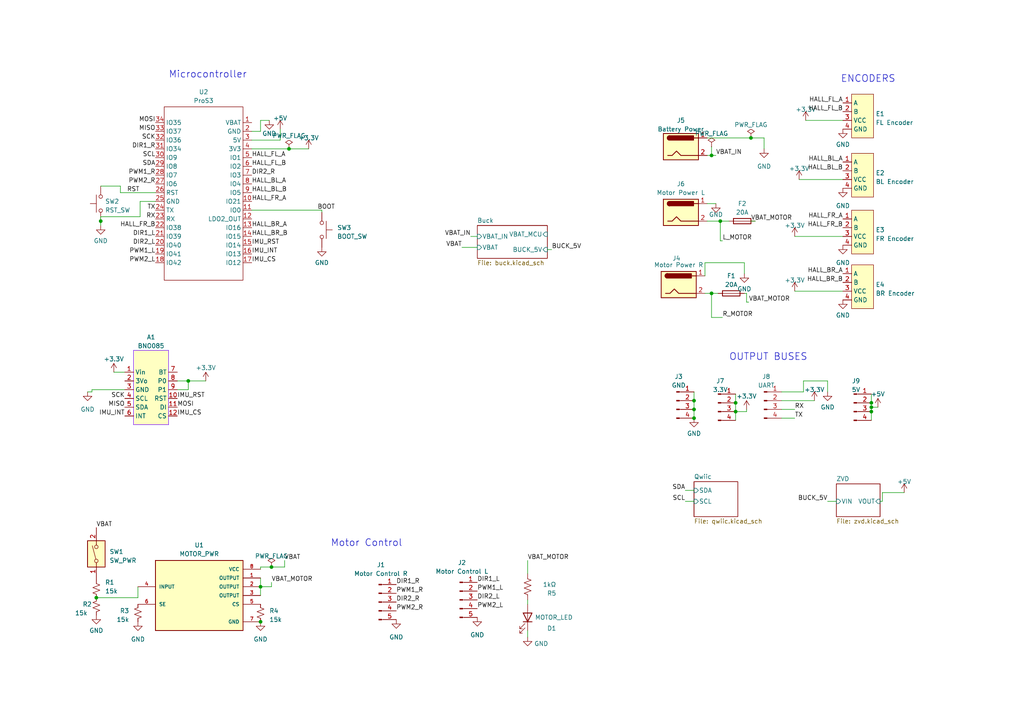
<source format=kicad_sch>
(kicad_sch (version 20230121) (generator eeschema)
  (paper "A4")
  (title_block (title "2.12 Mobile Robot PCB") (date "2024-01-26") (rev "V1") (company "MIT - jntaimo"))
  (lib_symbols
    (symbol "Adafruit:_Adafruit_BNO085"
      (property "Reference" "A" (at 5.08 3.81 0))
      (property "Value" "BNO085" (at 5.08 0 0))
      (symbol "_Adafruit_BNO085_1_1"
        (rectangle (start 0 2.54) (end 10.16 -19.05) (stroke (width 0) (color 117 6 255 1)) (fill (type background)))
        (pin input line (at -2.54 -3.81 0) (length 2.54) (name "Vin") (number "1"))
        (pin input line (at 12.7 -11.43 180) (length 2.54) (name "RST") (number "10"))
        (pin input line (at 12.7 -13.97 180) (length 2.54) (name "DI") (number "11"))
        (pin input line (at 12.7 -16.51 180) (length 2.54) (name "CS") (number "12"))
        (pin output line (at -2.54 -6.35 0) (length 2.54) (name "3Vo") (number "2"))
        (pin bidirectional line (at -2.54 -8.89 0) (length 2.54) (name "GND") (number "3"))
        (pin input line (at -2.54 -11.43 0) (length 2.54) (name "SCL") (number "4"))
        (pin output line (at -2.54 -13.97 0) (length 2.54) (name "SDA") (number "5"))
        (pin output line (at -2.54 -16.51 0) (length 2.54) (name "INT") (number "6"))
        (pin input line (at 12.7 -3.81 180) (length 2.54) (name "BT") (number "7"))
        (pin input line (at 12.7 -6.35 180) (length 2.54) (name "P0") (number "8"))
        (pin input line (at 12.7 -8.89 180) (length 2.54) (name "P1") (number "9"))
      )
    )
    (symbol "Connector:Conn_01x04_Pin" (pin_names (offset 1.016) hide)
      (property "Reference" "J" (at 0 5.08 0))
      (property "Value" "Conn_01x04_Pin" (at 0 -7.62 0))
      (symbol "Conn_01x04_Pin_1_1"
        (polyline (pts (xy 1.27 -5.08) (xy 0.8636 -5.08)) (stroke (width 0.1524)))
        (polyline (pts (xy 1.27 -2.54) (xy 0.8636 -2.54)) (stroke (width 0.1524)))
        (polyline (pts (xy 1.27 0) (xy 0.8636 0)) (stroke (width 0.1524)))
        (polyline (pts (xy 1.27 2.54) (xy 0.8636 2.54)) (stroke (width 0.1524)))
        (rectangle (start 0.8636 -4.953) (end 0 -5.207) (stroke (width 0.1524)) (fill (type outline)))
        (rectangle (start 0.8636 -2.413) (end 0 -2.667) (stroke (width 0.1524)) (fill (type outline)))
        (rectangle (start 0.8636 0.127) (end 0 -0.127) (stroke (width 0.1524)) (fill (type outline)))
        (rectangle (start 0.8636 2.667) (end 0 2.413) (stroke (width 0.1524)) (fill (type outline)))
        (pin passive line (at 5.08 2.54 180) (length 3.81) (name "Pin_1") (number "1"))
        (pin passive line (at 5.08 0 180) (length 3.81) (name "Pin_2") (number "2"))
        (pin passive line (at 5.08 -2.54 180) (length 3.81) (name "Pin_3") (number "3"))
        (pin passive line (at 5.08 -5.08 180) (length 3.81) (name "Pin_4") (number "4"))
      )
    )
    (symbol "Connector:Conn_01x05_Pin" (pin_names (offset 1.016) hide)
      (property "Reference" "J" (at 0 7.62 0))
      (property "Value" "Conn_01x05_Pin" (at 0 -7.62 0))
      (symbol "Conn_01x05_Pin_1_1"
        (polyline (pts (xy 1.27 -5.08) (xy 0.8636 -5.08)) (stroke (width 0.1524)))
        (polyline (pts (xy 1.27 -2.54) (xy 0.8636 -2.54)) (stroke (width 0.1524)))
        (polyline (pts (xy 1.27 0) (xy 0.8636 0)) (stroke (width 0.1524)))
        (polyline (pts (xy 1.27 2.54) (xy 0.8636 2.54)) (stroke (width 0.1524)))
        (polyline (pts (xy 1.27 5.08) (xy 0.8636 5.08)) (stroke (width 0.1524)))
        (rectangle (start 0.8636 -4.953) (end 0 -5.207) (stroke (width 0.1524)) (fill (type outline)))
        (rectangle (start 0.8636 -2.413) (end 0 -2.667) (stroke (width 0.1524)) (fill (type outline)))
        (rectangle (start 0.8636 0.127) (end 0 -0.127) (stroke (width 0.1524)) (fill (type outline)))
        (rectangle (start 0.8636 2.667) (end 0 2.413) (stroke (width 0.1524)) (fill (type outline)))
        (rectangle (start 0.8636 5.207) (end 0 4.953) (stroke (width 0.1524)) (fill (type outline)))
        (pin passive line (at 5.08 5.08 180) (length 3.81) (name "Pin_1") (number "1"))
        (pin passive line (at 5.08 2.54 180) (length 3.81) (name "Pin_2") (number "2"))
        (pin passive line (at 5.08 0 180) (length 3.81) (name "Pin_3") (number "3"))
        (pin passive line (at 5.08 -2.54 180) (length 3.81) (name "Pin_4") (number "4"))
        (pin passive line (at 5.08 -5.08 180) (length 3.81) (name "Pin_5") (number "5"))
      )
    )
    (symbol "Connector:Encoder"
      (property "Reference" "E" (at 5.08 3.81 0))
      (property "Value" "Encoder" (at 5.08 1.27 0))
      (symbol "Encoder_1_1"
        (rectangle (start 2.54 0) (end 8.89 -12.7) (fill (type background)))
        (pin input line (at 0 -2.54 0) (length 2.54) (name "A") (number "1"))
        (pin input line (at 0 -5.08 0) (length 2.54) (name "B") (number "2"))
        (pin input line (at 0 -7.62 0) (length 2.54) (name "VCC") (number "3"))
        (pin input line (at 0 -10.16 0) (length 2.54) (name "GND") (number "4"))
      )
    )
    (symbol "Connector:Jack-DC" (pin_names (offset 1.016))
      (property "Reference" "J" (at 0 5.334 0))
      (property "Value" "Jack-DC" (at 0 -5.08 0))
      (symbol "Jack-DC_0_1"
        (rectangle (start -5.08 3.81) (end 5.08 -3.81) (stroke (width 0.254)) (fill (type background)))
        (arc (start -3.302 3.175) (mid -3.9343 2.54) (end -3.302 1.905) (stroke (width 0.254)))
        (arc (start -3.302 3.175) (mid -3.9343 2.54) (end -3.302 1.905) (stroke (width 0.254)) (fill (type outline)))
        (polyline (pts (xy 5.08 2.54) (xy 3.81 2.54)) (stroke (width 0.254)))
        (polyline (pts (xy -3.81 -2.54) (xy -2.54 -2.54) (xy -1.27 -1.27) (xy 0 -2.54) (xy 2.54 -2.54) (xy 5.08 -2.54)) (stroke (width 0.254)))
        (rectangle (start 3.683 3.175) (end -3.302 1.905) (stroke (width 0.254)) (fill (type outline)))
      )
      (symbol "Jack-DC_1_1"
        (pin passive line (at 7.62 2.54 180) (length 2.54) (name "~") (number "1"))
        (pin passive line (at 7.62 -2.54 180) (length 2.54) (name "~") (number "2"))
      )
    )
    (symbol "Device:Fuse" (pin_numbers hide) (pin_names (offset 0))
      (property "Reference" "F" (at 2.032 0 90))
      (property "Value" "Fuse" (at -1.905 0 90))
      (symbol "Fuse_0_1"
        (rectangle (start -0.762 -2.54) (end 0.762 2.54) (stroke (width 0.254)))
        (polyline (pts (xy 0 2.54) (xy 0 -2.54)))
      )
      (symbol "Fuse_1_1"
        (pin passive line (at 0 3.81 270) (length 1.27) (name "~") (number "1"))
        (pin passive line (at 0 -3.81 90) (length 1.27) (name "~") (number "2"))
      )
    )
    (symbol "Device:LED" (pin_numbers hide) (pin_names (offset 1.016) hide)
      (property "Reference" "D" (at 0 2.54 0))
      (property "Value" "LED" (at 0 -2.54 0))
      (symbol "LED_0_1"
        (polyline (pts (xy -1.27 -1.27) (xy -1.27 1.27)) (stroke (width 0.254)))
        (polyline (pts (xy -1.27 0) (xy 1.27 0)))
        (polyline (pts (xy 1.27 -1.27) (xy 1.27 1.27) (xy -1.27 0) (xy 1.27 -1.27)) (stroke (width 0.254)))
        (polyline (pts (xy -3.048 -0.762) (xy -4.572 -2.286) (xy -3.81 -2.286) (xy -4.572 -2.286) (xy -4.572 -1.524)))
        (polyline (pts (xy -1.778 -0.762) (xy -3.302 -2.286) (xy -2.54 -2.286) (xy -3.302 -2.286) (xy -3.302 -1.524)))
      )
      (symbol "LED_1_1"
        (pin passive line (at -3.81 0 0) (length 2.54) (name "K") (number "1"))
        (pin passive line (at 3.81 0 180) (length 2.54) (name "A") (number "2"))
      )
    )
    (symbol "Device:R_Small_US" (pin_numbers hide) (pin_names (offset 0.254) hide)
      (property "Reference" "R" (at 0.762 0.508 0))
      (property "Value" "R_Small_US" (at 0.762 -1.016 0))
      (symbol "R_Small_US_1_1"
        (polyline (pts (xy 0 0) (xy 1.016 -0.381) (xy 0 -0.762) (xy -1.016 -1.143) (xy 0 -1.524)))
        (polyline (pts (xy 0 1.524) (xy 1.016 1.143) (xy 0 0.762) (xy -1.016 0.381) (xy 0 0)))
        (pin passive line (at 0 2.54 270) (length 1.016) (name "~") (number "1"))
        (pin passive line (at 0 -2.54 90) (length 1.016) (name "~") (number "2"))
      )
    )
    (symbol "Device:R_US" (pin_numbers hide) (pin_names (offset 0))
      (property "Reference" "R" (at 2.54 0 90))
      (property "Value" "R_US" (at -2.54 0 90))
      (symbol "R_US_0_1"
        (polyline (pts (xy 0 -2.286) (xy 0 -2.54)))
        (polyline (pts (xy 0 2.286) (xy 0 2.54)))
        (polyline (pts (xy 0 -0.762) (xy 1.016 -1.143) (xy 0 -1.524) (xy -1.016 -1.905) (xy 0 -2.286)))
        (polyline (pts (xy 0 0.762) (xy 1.016 0.381) (xy 0 0) (xy -1.016 -0.381) (xy 0 -0.762)))
        (polyline (pts (xy 0 2.286) (xy 1.016 1.905) (xy 0 1.524) (xy -1.016 1.143) (xy 0 0.762)))
      )
      (symbol "R_US_1_1"
        (pin passive line (at 0 3.81 270) (length 1.27) (name "~") (number "1"))
        (pin passive line (at 0 -3.81 90) (length 1.27) (name "~") (number "2"))
      )
    )
    (symbol "Power_Management:VN7007CHTR" (pin_names (offset 1.016))
      (property "Reference" "U" (at -12.7 12.7 0))
      (property "Value" "VN7007CHTR" (at -6.35 11.43 0))
      (symbol "VN7007CHTR_0_0"
        (rectangle (start -12.7 10.16) (end 12.7 -10.16) (stroke (width 0.254)) (fill (type background)))
        (pin output line (at 17.78 5.08 180) (length 5.08) (name "OUTPUT") (number "1"))
        (pin output line (at 17.78 2.54 180) (length 5.08) (name "OUTPUT") (number "2"))
        (pin output line (at 17.78 0 180) (length 5.08) (name "OUTPUT") (number "3"))
        (pin input line (at -17.78 2.54 0) (length 5.08) (name "INPUT") (number "4"))
        (pin output line (at 17.78 -2.54 180) (length 5.08) (name "CS") (number "5"))
        (pin input line (at -17.78 -2.54 0) (length 5.08) (name "SE") (number "6"))
        (pin power_in line (at 17.78 -7.62 180) (length 5.08) (name "GND") (number "7"))
        (pin power_in line (at 17.78 7.62 180) (length 5.08) (name "VCC") (number "8"))
      )
    )
    (symbol "ProS3:ProS3"
      (property "Reference" "U" (at 0 -28.956 0))
      (property "Value" "ProS3" (at -0.508 27.178 0))
      (symbol "ProS3_0_1"
        (rectangle (start -11.43 24.892) (end 11.43 -25.4) (stroke (width 0.1524)))
      )
      (symbol "ProS3_1_1"
        (pin power_in line (at 13.97 20.32 180) (length 2.54) (name "VBAT") (number "1"))
        (pin bidirectional line (at 13.97 -2.54 180) (length 2.54) (name "IO21") (number "10"))
        (pin bidirectional line (at 13.97 -5.08 180) (length 2.54) (name "IO0") (number "11"))
        (pin power_out line (at 13.97 -7.62 180) (length 2.54) (name "LDO2_OUT") (number "12"))
        (pin bidirectional line (at 13.97 -10.16 180) (length 2.54) (name "IO16") (number "13"))
        (pin bidirectional line (at 13.97 -12.7 180) (length 2.54) (name "IO15") (number "14"))
        (pin bidirectional line (at 13.97 -15.24 180) (length 2.54) (name "IO14") (number "15"))
        (pin bidirectional line (at 13.97 -17.78 180) (length 2.54) (name "IO13") (number "16"))
        (pin bidirectional line (at 13.97 -20.32 180) (length 2.54) (name "IO12") (number "17"))
        (pin bidirectional line (at -13.97 -20.32 0) (length 2.54) (name "IO42") (number "18"))
        (pin bidirectional line (at -13.97 -17.78 0) (length 2.54) (name "IO41") (number "19"))
        (pin power_in line (at 13.97 17.78 180) (length 2.54) (name "GND") (number "2"))
        (pin bidirectional line (at -13.97 -15.24 0) (length 2.54) (name "IO40") (number "20"))
        (pin bidirectional line (at -13.97 -12.7 0) (length 2.54) (name "IO39") (number "21"))
        (pin bidirectional line (at -13.97 -10.16 0) (length 2.54) (name "IO38") (number "22"))
        (pin bidirectional line (at -13.97 -7.62 0) (length 2.54) (name "RX") (number "23"))
        (pin bidirectional line (at -13.97 -5.08 0) (length 2.54) (name "TX") (number "24"))
        (pin power_in line (at -13.97 -2.54 0) (length 2.54) (name "GND") (number "25"))
        (pin input line (at -13.97 0 0) (length 2.54) (name "RST") (number "26"))
        (pin bidirectional line (at -13.97 2.54 0) (length 2.54) (name "IO6") (number "27"))
        (pin bidirectional line (at -13.97 5.08 0) (length 2.54) (name "IO7") (number "28"))
        (pin bidirectional line (at -13.97 7.62 0) (length 2.54) (name "IO8") (number "29"))
        (pin power_in line (at 13.97 15.24 180) (length 2.54) (name "5V") (number "3"))
        (pin bidirectional line (at -13.97 10.16 0) (length 2.54) (name "IO9") (number "30"))
        (pin bidirectional line (at -13.97 12.7 0) (length 2.54) (name "IO34") (number "31"))
        (pin bidirectional line (at -13.97 15.24 0) (length 2.54) (name "IO36") (number "32"))
        (pin bidirectional line (at -13.97 17.78 0) (length 2.54) (name "IO37") (number "33"))
        (pin bidirectional line (at -13.97 20.32 0) (length 2.54) (name "IO35") (number "34"))
        (pin power_in line (at 13.97 12.7 180) (length 2.54) (name "3V3") (number "4"))
        (pin bidirectional line (at 13.97 10.16 180) (length 2.54) (name "IO1") (number "5"))
        (pin bidirectional line (at 13.97 7.62 180) (length 2.54) (name "IO2") (number "6"))
        (pin bidirectional line (at 13.97 5.08 180) (length 2.54) (name "IO3") (number "7"))
        (pin bidirectional line (at 13.97 2.54 180) (length 2.54) (name "IO4") (number "8"))
        (pin bidirectional line (at 13.97 0 180) (length 2.54) (name "IO5") (number "9"))
      )
    )
    (symbol "Switch:SW_DIP_x01" (pin_names (offset 0) hide)
      (property "Reference" "SW" (at 0 3.81 0))
      (property "Value" "SW_DIP_x01" (at 0 -3.81 0))
      (symbol "SW_DIP_x01_0_0"
        (circle (center -2.032 0) (radius 0.508))
        (polyline (pts (xy -1.524 0.127) (xy 2.3622 1.1684)))
        (circle (center 2.032 0) (radius 0.508))
      )
      (symbol "SW_DIP_x01_0_1"
        (rectangle (start -3.81 2.54) (end 3.81 -2.54) (stroke (width 0.254)) (fill (type background)))
      )
      (symbol "SW_DIP_x01_1_1"
        (pin passive line (at -7.62 0 0) (length 5.08) (name "~") (number "1"))
        (pin passive line (at 7.62 0 180) (length 5.08) (name "~") (number "2"))
      )
    )
    (symbol "Switch:SW_Push" (pin_numbers hide) (pin_names (offset 1.016) hide)
      (property "Reference" "SW" (at 1.27 2.54 0))
      (property "Value" "SW_Push" (at 0 -1.524 0))
      (symbol "SW_Push_0_1"
        (circle (center -2.032 0) (radius 0.508))
        (polyline (pts (xy 0 1.27) (xy 0 3.048)))
        (polyline (pts (xy 2.54 1.27) (xy -2.54 1.27)))
        (circle (center 2.032 0) (radius 0.508))
        (pin passive line (at -5.08 0 0) (length 2.54) (name "1") (number "1"))
        (pin passive line (at 5.08 0 180) (length 2.54) (name "2") (number "2"))
      )
    )
    (symbol "power:+3.3V" (power) (pin_names (offset 0))
      (property "Value" "+3.3V" (at 0 3.556 0))
      (symbol "+3.3V_0_1"
        (polyline (pts (xy -0.762 1.27) (xy 0 2.54)))
        (polyline (pts (xy 0 0) (xy 0 2.54)))
        (polyline (pts (xy 0 2.54) (xy 0.762 1.27)))
      )
      (symbol "+3.3V_1_1"
        (pin power_in line (at 0 0 90) (length 0) hide (name "+3.3V") (number "1"))
      )
    )
    (symbol "power:+5V" (power) (pin_names (offset 0))
      (property "Value" "+5V" (at 0 3.556 0))
      (symbol "+5V_0_1"
        (polyline (pts (xy -0.762 1.27) (xy 0 2.54)))
        (polyline (pts (xy 0 0) (xy 0 2.54)))
        (polyline (pts (xy 0 2.54) (xy 0.762 1.27)))
      )
      (symbol "+5V_1_1"
        (pin power_in line (at 0 0 90) (length 0) hide (name "+5V") (number "1"))
      )
    )
    (symbol "power:GND" (power) (pin_names (offset 0))
      (property "Value" "GND" (at 0 -3.81 0))
      (symbol "GND_0_1"
        (polyline (pts (xy 0 0) (xy 0 -1.27) (xy 1.27 -1.27) (xy 0 -2.54) (xy -1.27 -1.27) (xy 0 -1.27)))
      )
      (symbol "GND_1_1"
        (pin power_in line (at 0 0 270) (length 0) hide (name "GND") (number "1"))
      )
    )
    (symbol "power:PWR_FLAG" (power) (pin_numbers hide) (pin_names (offset 0) hide)
      (property "Value" "PWR_FLAG" (at 0 3.81 0))
      (symbol "PWR_FLAG_0_0"
        (pin power_out line (at 0 0 90) (length 0) (name "pwr") (number "1"))
      )
      (symbol "PWR_FLAG_0_1"
        (polyline (pts (xy 0 0) (xy 0 1.27) (xy -1.016 1.905) (xy 0 2.54) (xy 1.016 1.905) (xy 0 1.27)))
      )
    )
  )
  (junction (at 213.36 116.84))
  (junction (at 206.375 45.085))
  (junction (at 252.73 116.84))
  (junction (at 29.21 64.135))
  (junction (at 217.805 40.005))
  (junction (at 75.565 180.34))
  (junction (at 78.74 164.465))
  (junction (at 213.36 119.38))
  (junction (at 206.375 85.09))
  (junction (at 252.73 119.38))
  (junction (at 27.94 173.355))
  (junction (at 201.295 118.745))
  (junction (at 201.295 121.285))
  (junction (at 208.915 64.135))
  (junction (at 252.73 118.11))
  (junction (at 83.82 43.18))
  (junction (at 75.565 170.18))
  (junction (at 54.61 110.49))
  (junction (at 201.295 116.205))
  (wire (pts (xy 205.105 64.135) (xy 208.915 64.135)))
  (wire (pts (xy 206.375 42.545) (xy 206.375 45.085)))
  (wire (pts (xy 153.035 162.56) (xy 153.035 166.37)))
  (wire (pts (xy 215.9 79.375) (xy 215.9 76.2)))
  (wire (pts (xy 221.615 40.005) (xy 221.615 43.18)))
  (wire (pts (xy 75.565 34.925) (xy 75.565 38.1)))
  (wire (pts (xy 153.035 184.785) (xy 153.035 182.88)))
  (wire (pts (xy 40.64 58.42) (xy 40.64 62.865)))
  (wire (pts (xy 26.67 113.665) (xy 26.67 113.03)))
  (wire (pts (xy 216.535 87.63) (xy 217.17 87.63)))
  (wire (pts (xy 226.695 118.745) (xy 230.505 118.745)))
  (wire (pts (xy 201.295 118.745) (xy 201.295 121.285)))
  (wire (pts (xy 83.82 43.18) (xy 89.535 43.18)))
  (wire (pts (xy 240.03 110.49) (xy 240.03 113.665)))
  (wire (pts (xy 75.565 164.465) (xy 75.565 165.1)))
  (wire (pts (xy 255.905 145.415) (xy 255.905 142.875)))
  (wire (pts (xy 208.915 69.85) (xy 208.915 64.135)))
  (wire (pts (xy 233.68 34.925) (xy 244.475 34.925)))
  (wire (pts (xy 153.035 173.99) (xy 153.035 175.26)))
  (wire (pts (xy 216.535 85.09) (xy 215.9 85.09)))
  (wire (pts (xy 240.03 145.415) (xy 242.57 145.415)))
  (wire (pts (xy 206.375 92.075) (xy 206.375 85.09)))
  (wire (pts (xy 198.755 142.24) (xy 201.295 142.24)))
  (wire (pts (xy 75.565 170.18) (xy 75.565 172.72)))
  (wire (pts (xy 54.61 110.49) (xy 59.69 110.49)))
  (wire (pts (xy 75.565 164.465) (xy 78.74 164.465)))
  (wire (pts (xy 75.565 34.925) (xy 78.105 34.925)))
  (wire (pts (xy 29.21 62.865) (xy 40.64 62.865)))
  (wire (pts (xy 226.695 116.205) (xy 236.22 116.205)))
  (wire (pts (xy 206.375 45.085) (xy 207.645 45.085)))
  (wire (pts (xy 206.375 45.085) (xy 205.105 45.085)))
  (wire (pts (xy 209.55 92.075) (xy 206.375 92.075)))
  (wire (pts (xy 201.295 113.665) (xy 201.295 116.205)))
  (wire (pts (xy 252.73 119.38) (xy 252.73 121.92)))
  (wire (pts (xy 81.28 37.465) (xy 81.28 40.64)))
  (wire (pts (xy 54.61 113.03) (xy 54.61 110.49)))
  (wire (pts (xy 252.73 116.84) (xy 252.73 118.11)))
  (wire (pts (xy 198.755 145.415) (xy 201.295 145.415)))
  (wire (pts (xy 73.025 40.64) (xy 81.28 40.64)))
  (wire (pts (xy 219.075 64.135) (xy 217.805 64.135)))
  (wire (pts (xy 51.435 113.03) (xy 54.61 113.03)))
  (wire (pts (xy 75.565 170.18) (xy 78.74 170.18)))
  (wire (pts (xy 40.005 173.355) (xy 27.94 173.355)))
  (wire (pts (xy 205.105 40.005) (xy 217.805 40.005)))
  (wire (pts (xy 25.4 113.665) (xy 26.67 113.665)))
  (wire (pts (xy 213.36 119.38) (xy 216.535 119.38)))
  (wire (pts (xy 217.805 40.005) (xy 221.615 40.005)))
  (wire (pts (xy 33.02 107.95) (xy 36.195 107.95)))
  (wire (pts (xy 45.085 55.88) (xy 34.925 55.88)))
  (wire (pts (xy 45.085 58.42) (xy 40.64 58.42)))
  (wire (pts (xy 29.21 64.135) (xy 29.21 65.405)))
  (wire (pts (xy 136.525 68.58) (xy 138.43 68.58)))
  (wire (pts (xy 78.74 170.18) (xy 78.74 168.91)))
  (wire (pts (xy 204.47 85.09) (xy 206.375 85.09)))
  (wire (pts (xy 226.695 113.665) (xy 233.045 113.665)))
  (wire (pts (xy 233.045 113.665) (xy 233.045 110.49)))
  (wire (pts (xy 205.105 59.055) (xy 207.645 59.055)))
  (wire (pts (xy 34.925 53.975) (xy 29.21 53.975)))
  (wire (pts (xy 252.73 118.11) (xy 252.73 119.38)))
  (wire (pts (xy 82.55 162.56) (xy 82.55 164.465)))
  (wire (pts (xy 231.775 52.07) (xy 244.475 52.07)))
  (wire (pts (xy 230.505 84.455) (xy 244.475 84.455)))
  (wire (pts (xy 226.695 121.285) (xy 230.505 121.285)))
  (wire (pts (xy 158.75 72.39) (xy 160.02 72.39)))
  (wire (pts (xy 209.55 69.85) (xy 208.915 69.85)))
  (wire (pts (xy 73.025 43.18) (xy 83.82 43.18)))
  (wire (pts (xy 206.375 85.09) (xy 208.28 85.09)))
  (wire (pts (xy 133.985 71.755) (xy 138.43 71.755)))
  (wire (pts (xy 204.47 76.2) (xy 204.47 80.01)))
  (wire (pts (xy 73.025 60.96) (xy 93.345 60.96)))
  (wire (pts (xy 252.73 118.11) (xy 254.635 118.11)))
  (wire (pts (xy 216.535 119.38) (xy 216.535 118.745)))
  (wire (pts (xy 93.345 60.96) (xy 93.345 61.595)))
  (wire (pts (xy 40.005 170.18) (xy 40.005 173.355)))
  (wire (pts (xy 230.505 68.58) (xy 244.475 68.58)))
  (wire (pts (xy 75.565 167.64) (xy 75.565 170.18)))
  (wire (pts (xy 78.74 164.465) (xy 82.55 164.465)))
  (wire (pts (xy 26.67 113.03) (xy 36.195 113.03)))
  (wire (pts (xy 255.905 142.875) (xy 262.255 142.875)))
  (wire (pts (xy 213.36 116.84) (xy 213.36 119.38)))
  (wire (pts (xy 54.61 110.49) (xy 51.435 110.49)))
  (wire (pts (xy 255.27 145.415) (xy 255.905 145.415)))
  (wire (pts (xy 201.295 116.205) (xy 201.295 118.745)))
  (wire (pts (xy 213.36 114.3) (xy 213.36 116.84)))
  (wire (pts (xy 75.565 38.1) (xy 73.025 38.1)))
  (wire (pts (xy 252.73 114.3) (xy 252.73 116.84)))
  (wire (pts (xy 204.47 76.2) (xy 215.9 76.2)))
  (wire (pts (xy 213.36 119.38) (xy 213.36 121.92)))
  (wire (pts (xy 208.915 64.135) (xy 211.455 64.135)))
  (wire (pts (xy 29.21 62.865) (xy 29.21 64.135)))
  (wire (pts (xy 233.045 110.49) (xy 240.03 110.49)))
  (wire (pts (xy 34.925 55.88) (xy 34.925 53.975)))
  (wire (pts (xy 216.535 87.63) (xy 216.535 85.09)))
  (text "OUTPUT BUSES" (at 211.455 104.775 0) (effects (font (size 2 2)) (justify left bottom)))
  (text "ENCODERS" (at 243.84 24.13 0) (effects (font (size 2 2)) (justify left bottom)))
  (text "Microcontroller" (at 48.895 22.86 0) (effects (font (size 2 2)) (justify left bottom)))
  (text "Motor Control" (at 95.885 158.75 0) (effects (font (size 2 2)) (justify left bottom)))
  (label "RX" (at 45.085 63.5 180))
  (label "BUCK_5V" (at 160.02 72.39 0))
  (label "PWM2_L" (at 45.085 76.2 180))
  (label "PWM2_L" (at 138.43 176.53 0))
  (label "VBAT_MOTOR" (at 217.17 87.63 0))
  (label "DIR1_R" (at 114.935 169.545 0))
  (label "HALL_BR_A" (at 244.475 79.375 180))
  (label "DIR2_L" (at 138.43 173.99 0))
  (label "HALL_BR_B" (at 73.025 68.58 0))
  (label "VBAT_MOTOR" (at 217.805 64.135 0))
  (label "RX" (at 230.505 118.745 0))
  (label "HALL_FR_A" (at 73.025 58.42 0))
  (label "HALL_BL_A" (at 73.025 53.34 0))
  (label "TX" (at 230.505 121.285 0))
  (label "HALL_BL_A" (at 244.475 46.99 180))
  (label "HALL_FR_B" (at 45.085 66.04 180))
  (label "MISO" (at 45.085 38.1 180))
  (label "L_MOTOR" (at 209.55 69.85 0))
  (label "VBAT_IN" (at 207.645 45.085 0))
  (label "SCK" (at 36.195 115.57 180))
  (label "IMU_INT" (at 73.025 73.66 0))
  (label "HALL_FL_A" (at 244.475 29.845 180))
  (label "SCK" (at 45.085 40.64 180))
  (label "VBAT_IN" (at 136.525 68.58 180))
  (label "MOSI" (at 51.435 118.11 0))
  (label "HALL_FR_B" (at 244.475 66.04 180))
  (label "MOSI" (at 45.085 35.56 180))
  (label "HALL_FL_B" (at 73.025 48.26 0))
  (label "DIR2_L" (at 45.085 71.12 180))
  (label "PWM1_R" (at 45.085 50.8 180))
  (label "HALL_BR_A" (at 73.025 66.04 0))
  (label "VBAT" (at 82.55 162.56 0))
  (label "VBAT" (at 27.94 153.035 0))
  (label "R_MOTOR" (at 209.55 92.075 0))
  (label "VBAT_MOTOR" (at 78.74 168.91 0))
  (label "VBAT" (at 133.985 71.755 180))
  (label "DIR2_R" (at 73.025 50.8 0))
  (label "TX" (at 45.085 60.96 180))
  (label "HALL_FL_B" (at 244.475 32.385 180))
  (label "PWM1_R" (at 114.935 172.085 0))
  (label "SDA" (at 45.085 48.26 180))
  (label "MISO" (at 36.195 118.11 180))
  (label "SCL" (at 45.085 45.72 180))
  (label "DIR1_L" (at 138.43 168.91 0))
  (label "BOOT" (at 92.075 60.96 0))
  (label "IMU_CS" (at 73.025 76.2 0))
  (label "BUCK_5V" (at 240.03 145.415 180))
  (label "HALL_FR_A" (at 244.475 63.5 180))
  (label "DIR2_R" (at 114.935 174.625 0))
  (label "SCL" (at 198.755 145.415 180))
  (label "DIR1_L" (at 45.085 68.58 180))
  (label "IMU_CS" (at 51.435 120.65 0))
  (label "PWM2_R" (at 114.935 177.165 0))
  (label "HALL_BL_B" (at 73.025 55.88 0))
  (label "PWM1_L" (at 45.085 73.66 180))
  (label "IMU_INT" (at 36.195 120.65 180))
  (label "HALL_BL_B" (at 244.475 49.53 180))
  (label "RST" (at 36.83 55.88 0))
  (label "VBAT_MOTOR" (at 153.035 162.56 0))
  (label "SDA" (at 198.755 142.24 180))
  (label "HALL_BR_B" (at 244.475 81.915 180))
  (label "DIR1_R" (at 45.085 43.18 180))
  (label "IMU_RST" (at 73.025 71.12 0))
  (label "HALL_FL_A" (at 73.025 45.72 0))
  (label "PWM2_R" (at 45.085 53.34 180))
  (label "IMU_RST" (at 51.435 115.57 0))
  (label "PWM1_L" (at 138.43 171.45 0))
  (symbol (lib_id "Device:R_US") (at 153.035 170.18 0) (unit 1)
    (property "Reference" "R5" (at 160.02 172.085 0))
    (property "Value" "1kΩ" (at 159.385 169.545 0))
    (property "Footprint" "Resistor_SMD:R_0603_1608Metric" (effects hide))
    (property "MPN" "C5555492" (effects hide))
  )
  (symbol (lib_id "power:GND") (at 40.005 180.34 0) (unit 1)
    (property "Reference" "#PWR05" (effects hide))
    (property "Value" "GND" (at 40.005 185.42 0))
  )
  (symbol (lib_id "Switch:SW_Push") (at 93.345 66.675 270) (unit 1)
    (property "Reference" "SW3" (at 97.79 66.04 90) (effects (justify left)))
    (property "Value" "BOOT_SW" (at 97.79 68.58 90) (effects (justify left)))
    (property "Footprint" "Button_Switch_THT:SW_PUSH_6mm" (effects hide))
    (property "MPN" "C393938" (effects hide))
  )
  (symbol (lib_id "power:+3.3V") (at 216.535 118.745 0) (unit 1)
    (property "Reference" "#PWR018" (effects hide))
    (property "Value" "+3.3V" (at 216.535 114.935 0))
  )
  (symbol (lib_id "Connector:Encoder") (at 244.475 76.835 0) (unit 1)
    (property "Reference" "E4" (at 254 82.55 0) (effects (justify left)))
    (property "Value" "BR Encoder" (at 254 85.09 0) (effects (justify left)))
    (property "Footprint" "Connector_JST:JST_PH_S4B-PH-SM4-TB_1x04-1MP_P2.00mm_Horizontal" (effects hide))
    (property "MPN" "C265102" (effects hide))
  )
  (symbol (lib_id "Device:Fuse") (at 215.265 64.135 270) (unit 1)
    (property "Reference" "F2" (at 215.265 59.055 90))
    (property "Value" "20A" (at 215.265 61.595 90))
    (property "Footprint" "Fuse:Fuse_1206_3216Metric" (effects hide))
    (property "Datasheet" "https://datasheet.lcsc.com/lcsc/2304140030_Littelfuse-0501020-WR1_C207007.pdf" (effects hide))
    (property "MPN" "C207007" (effects hide))
  )
  (symbol (lib_id "power:+3.3V") (at 230.505 68.58 0) (unit 1)
    (property "Reference" "#PWR020" (effects hide))
    (property "Value" "+3.3V" (at 230.505 65.405 0))
  )
  (symbol (lib_id "power:+5V") (at 81.28 37.465 0) (unit 1)
    (property "Reference" "#PWR09" (effects hide))
    (property "Value" "+5V" (at 81.28 34.29 0))
  )
  (symbol (lib_id "power:GND") (at 114.935 179.705 0) (unit 1)
    (property "Reference" "#PWR012" (effects hide))
    (property "Value" "GND" (at 114.935 184.785 0))
  )
  (symbol (lib_id "Connector:Encoder") (at 244.475 60.96 0) (unit 1)
    (property "Reference" "E3" (at 254 66.675 0) (effects (justify left)))
    (property "Value" "FR Encoder" (at 254 69.215 0) (effects (justify left)))
    (property "Footprint" "Connector_JST:JST_PH_S4B-PH-SM4-TB_1x04-1MP_P2.00mm_Horizontal" (effects hide))
    (property "MPN" "C265102" (effects hide))
  )
  (symbol (lib_id "power:GND") (at 201.295 121.285 0) (unit 1)
    (property "Reference" "#PWR015" (effects hide))
    (property "Value" "GND" (at 201.295 125.73 0))
  )
  (symbol (lib_id "Switch:SW_Push") (at 29.21 59.055 90) (unit 1)
    (property "Reference" "SW2" (at 30.48 58.42 90) (effects (justify right)))
    (property "Value" "RST_SW" (at 30.48 60.96 90) (effects (justify right)))
    (property "Footprint" "Button_Switch_THT:SW_PUSH_6mm" (effects hide))
    (property "MPN" "C393938" (effects hide))
  )
  (symbol (lib_id "Adafruit:_Adafruit_BNO085") (at 38.735 104.14 0) (unit 1)
    (property "Reference" "A1" (at 43.815 97.79 0))
    (property "Value" "BNO085" (at 43.815 100.33 0))
    (property "Footprint" "Adafruit:Adafruit_BNO085" (effects hide))
  )
  (symbol (lib_id "power:GND") (at 138.43 179.07 0) (unit 1)
    (property "Reference" "#PWR013" (effects hide))
    (property "Value" "GND" (at 138.43 184.15 0))
  )
  (symbol (lib_id "power:GND") (at 244.475 71.12 0) (unit 1)
    (property "Reference" "#PWR028" (effects hide))
    (property "Value" "GND" (at 244.475 76.2 0))
  )
  (symbol (lib_id "Connector:Encoder") (at 244.475 27.305 0) (unit 1)
    (property "Reference" "E1" (at 254 33.02 0) (effects (justify left)))
    (property "Value" "FL Encoder" (at 254 35.56 0) (effects (justify left)))
    (property "Footprint" "Connector_JST:JST_PH_S4B-PH-SM4-TB_1x04-1MP_P2.00mm_Horizontal" (effects hide))
    (property "MPN" "C265102" (effects hide))
  )
  (symbol (lib_id "power:+3.3V") (at 59.69 110.49 0) (unit 1)
    (property "Reference" "#PWR06" (effects hide))
    (property "Value" "+3.3V" (at 59.69 106.68 0))
  )
  (symbol (lib_id "Device:R_Small_US") (at 27.94 170.815 0) (unit 1)
    (property "Reference" "R1" (at 30.48 168.91 0) (effects (justify left)))
    (property "Value" "15k" (at 30.48 171.45 0) (effects (justify left)))
    (property "Footprint" "Resistor_SMD:R_0603_1608Metric" (effects hide))
    (property "MPN" "C114661" (effects hide))
  )
  (symbol (lib_id "Connector:Jack-DC") (at 197.485 42.545 0) (unit 1)
    (property "Reference" "J5" (at 197.485 34.925 0))
    (property "Value" "Battery Power" (at 197.485 37.465 0))
    (property "Footprint" "Connector_AMASS:AMASS_XT60PW-M_1x02_P7.20mm_Horizontal" (effects hide))
  )
  (symbol (lib_id "Device:R_Small_US") (at 40.005 177.8 0) (mirror y) (unit 1)
    (property "Reference" "R3" (at 37.465 177.165 0) (effects (justify left)))
    (property "Value" "15k" (at 37.465 179.705 0) (effects (justify left)))
    (property "Footprint" "Resistor_SMD:R_0603_1608Metric" (effects hide))
    (property "MPN" "C114661" (effects hide))
    (property "Name" "RSE1" (effects hide))
  )
  (symbol (lib_id "power:+3.3V") (at 33.02 107.95 0) (unit 1)
    (property "Reference" "#PWR04" (effects hide))
    (property "Value" "+3.3V" (at 33.02 104.14 0))
  )
  (symbol (lib_id "Connector:Conn_01x05_Pin") (at 133.35 173.99 0) (unit 1)
    (property "Reference" "J2" (at 133.985 163.195 0))
    (property "Value" "Motor Control L" (at 133.985 165.735 0))
    (property "Footprint" "Connector_PinHeader_2.54mm:PinHeader_1x05_P2.54mm_Vertical" (effects hide))
    (property "MPN" "C492404" (effects hide))
  )
  (symbol (lib_id "Connector:Conn_01x05_Pin") (at 109.855 174.625 0) (unit 1)
    (property "Reference" "J1" (at 110.49 163.83 0))
    (property "Value" "Motor Control R" (at 110.49 166.37 0))
    (property "Footprint" "Connector_PinHeader_2.54mm:PinHeader_1x05_P2.54mm_Vertical" (effects hide))
    (property "MPN" "C492404" (effects hide))
  )
  (symbol (lib_id "power:PWR_FLAG") (at 78.74 164.465 0) (unit 1)
    (property "Reference" "#FLG01" (effects hide))
    (property "Value" "PWR_FLAG" (at 78.74 161.29 0))
  )
  (symbol (lib_id "Connector:Jack-DC") (at 196.85 82.55 0) (unit 1)
    (property "Reference" "J4" (at 196.215 74.93 0))
    (property "Value" "Motor Power R" (at 196.85 76.835 0))
    (property "Footprint" "Connector_AMASS:AMASS_XT30PW-F_1x02_P2.50mm_Horizontal" (effects hide))
  )
  (symbol (lib_id "Device:R_Small_US") (at 75.565 177.8 0) (unit 1)
    (property "Reference" "R4" (at 78.105 177.165 0) (effects (justify left)))
    (property "Value" "15k" (at 78.105 179.705 0) (effects (justify left)))
    (property "Footprint" "Resistor_SMD:R_0603_1608Metric" (effects hide))
    (property "MPN" "C114661" (effects hide))
    (property "Name" "RCs1" (effects hide))
  )
  (symbol (lib_id "Connector:Encoder") (at 244.475 44.45 0) (unit 1)
    (property "Reference" "E2" (at 254 50.165 0) (effects (justify left)))
    (property "Value" "BL Encoder" (at 254 52.705 0) (effects (justify left)))
    (property "Footprint" "Connector_JST:JST_PH_S4B-PH-SM4-TB_1x04-1MP_P2.00mm_Horizontal" (effects hide))
    (property "MPN" "C265102" (effects hide))
  )
  (symbol (lib_id "ProS3:ProS3") (at 59.055 55.88 0) (unit 1)
    (property "Reference" "U2" (at 59.055 26.67 0))
    (property "Value" "ProS3" (at 59.055 29.21 0))
    (property "Footprint" "2.12_Mobile_Robot:ProS3_TH" (effects hide))
  )
  (symbol (lib_id "power:+3.3V") (at 233.68 34.925 0) (unit 1)
    (property "Reference" "#PWR023" (effects hide))
    (property "Value" "+3.3V" (at 233.68 31.75 0))
  )
  (symbol (lib_id "power:GND") (at 244.475 54.61 0) (unit 1)
    (property "Reference" "#PWR027" (effects hide))
    (property "Value" "GND" (at 244.475 59.69 0))
  )
  (symbol (lib_id "power:+3.3V") (at 89.535 43.18 0) (unit 1)
    (property "Reference" "#PWR010" (effects hide))
    (property "Value" "+3.3V" (at 89.535 40.005 0))
  )
  (symbol (lib_id "Power_Management:VN7007CHTR") (at 57.785 172.72 0) (unit 1)
    (property "Reference" "U1" (at 57.785 158.115 0))
    (property "Value" "MOTOR_PWR" (at 57.785 160.655 0))
    (property "Footprint" "2.12_Mobile_Robot:DPAK85P972X240-8N" (effects hide))
    (property "MPN" "C2150194" (effects hide))
    (property "MF" "STMicroelectronics" (effects hide))
    (property "MAXIMUM_PACKAGE_HEIGHT" "2.40mm" (effects hide))
    (property "Package" "OctaPAK STMicroelectronics" (effects hide))
    (property "Price" "None" (effects hide))
    (property "Check_prices" "https://www.snapeda.com/parts/VN7007AHTR/STMicroelectronics/view-part/?ref=eda" (effects hide))
    (property "STANDARD" "IPC-7351B" (effects hide))
    (property "PARTREV" "3" (effects hide))
    (property "SnapEDA_Link" "https://www.snapeda.com/parts/VN7007AHTR/STMicroelectronics/view-part/?ref=snap" (effects hide))
    (property "MP" "VN7007AHTR" (effects hide))
    (property "Purchase-URL" "https://www.snapeda.com/api/url_track_click_mouser/?unipart_id=899347&manufacturer=STMicroelectronics&part_name=VN7007AHTR&search_term=None" (effects hide))
    (property "Description" "\nPower Switch/Driver 1:1 N-Channel 100A OctaPAK 7+1\n" (effects hide))
    (property "Availability" "In Stock" (effects hide))
    (property "MANUFACTURER" "Amphenol" (effects hide))
  )
  (symbol (lib_id "power:GND") (at 93.345 71.755 0) (unit 1)
    (property "Reference" "#PWR011" (effects hide))
    (property "Value" "GND" (at 93.345 76.2 0))
  )
  (symbol (lib_id "power:+3.3V") (at 231.775 52.07 0) (unit 1)
    (property "Reference" "#PWR022" (effects hide))
    (property "Value" "+3.3V" (at 231.775 48.895 0))
  )
  (symbol (lib_id "power:GND") (at 244.475 37.465 0) (unit 1)
    (property "Reference" "#PWR026" (effects hide))
    (property "Value" "GND" (at 244.475 41.91 0))
  )
  (symbol (lib_id "power:GND") (at 240.03 113.665 0) (unit 1)
    (property "Reference" "#PWR025" (effects hide))
    (property "Value" "GND" (at 240.03 118.11 0))
  )
  (symbol (lib_id "power:GND") (at 153.035 184.785 0) (unit 1)
    (property "Reference" "#PWR014" (effects hide))
    (property "Value" "GND" (at 154.94 186.69 0) (effects (justify left)))
  )
  (symbol (lib_id "power:+3.3V") (at 230.505 84.455 0) (unit 1)
    (property "Reference" "#PWR021" (effects hide))
    (property "Value" "+3.3V" (at 230.505 81.28 0))
  )
  (symbol (lib_id "power:PWR_FLAG") (at 217.805 40.005 0) (unit 1)
    (property "Reference" "#FLG04" (effects hide))
    (property "Value" "PWR_FLAG" (at 217.805 36.195 0))
  )
  (symbol (lib_id "Switch:SW_DIP_x01") (at 27.94 160.655 90) (unit 1) (in_bom no)
    (property "Reference" "SW1" (at 31.75 160.02 90) (effects (justify right)))
    (property "Value" "SW_PWR" (at 31.75 162.56 90) (effects (justify right)))
    (property "Footprint" "Connector_JST:JST_PH_B2B-PH-SM4-TB_1x02-1MP_P2.00mm_Vertical" (effects hide))
    (property "MPN" "C160352" (effects hide))
  )
  (symbol (lib_id "power:GND") (at 75.565 180.34 0) (unit 1)
    (property "Reference" "#PWR07" (effects hide))
    (property "Value" "GND" (at 75.565 185.42 0))
  )
  (symbol (lib_id "power:PWR_FLAG") (at 206.375 42.545 0) (unit 1)
    (property "Reference" "#FLG03" (effects hide))
    (property "Value" "PWR_FLAG" (at 206.375 38.735 0))
  )
  (symbol (lib_id "power:+3.3V") (at 236.22 116.205 0) (unit 1)
    (property "Reference" "#PWR024" (effects hide))
    (property "Value" "+3.3V" (at 236.22 113.03 0))
  )
  (symbol (lib_id "power:PWR_FLAG") (at 83.82 43.18 0) (unit 1)
    (property "Reference" "#FLG02" (effects hide))
    (property "Value" "PWR_FLAG" (at 83.82 39.37 0))
  )
  (symbol (lib_id "Connector:Conn_01x04_Pin") (at 208.28 116.84 0) (unit 1)
    (property "Reference" "J7" (at 208.915 110.49 0))
    (property "Value" "3.3V" (at 208.915 113.03 0))
    (property "Footprint" "Connector_PinHeader_2.54mm:PinHeader_1x04_P2.54mm_Vertical" (effects hide))
    (property "MPN" "C2691448" (effects hide))
  )
  (symbol (lib_id "power:GND") (at 29.21 65.405 0) (unit 1)
    (property "Reference" "#PWR03" (effects hide))
    (property "Value" "GND" (at 29.21 69.85 0))
  )
  (symbol (lib_id "Device:Fuse") (at 212.09 85.09 270) (unit 1)
    (property "Reference" "F1" (at 212.09 80.01 90))
    (property "Value" "20A" (at 212.09 82.55 90))
    (property "Footprint" "Fuse:Fuse_1206_3216Metric" (effects hide))
    (property "Datasheet" "https://datasheet.lcsc.com/lcsc/2304140030_Littelfuse-0501020-WR1_C207007.pdf" (effects hide))
    (property "MPN" "C207007" (effects hide))
  )
  (symbol (lib_id "Device:LED") (at 153.035 179.07 270) (mirror x) (unit 1)
    (property "Reference" "D1" (at 160.02 182.245 90))
    (property "Value" "MOTOR_LED" (at 160.655 179.07 90))
    (property "Footprint" "LED_SMD:LED_0603_1608Metric" (effects hide))
    (property "MPN" "C434423" (effects hide))
  )
  (symbol (lib_id "power:+5V") (at 254.635 118.11 0) (unit 1)
    (property "Reference" "#PWR030" (effects hide))
    (property "Value" "+5V" (at 254.635 114.3 0))
  )
  (symbol (lib_id "Connector:Conn_01x04_Pin") (at 247.65 116.84 0) (unit 1) (in_bom no)
    (property "Reference" "J9" (at 248.285 110.49 0))
    (property "Value" "5V" (at 248.285 113.03 0))
    (property "Footprint" "Connector_PinHeader_2.54mm:PinHeader_1x04_P2.54mm_Vertical" (effects hide))
    (property "MPN" "C2691448" (effects hide))
  )
  (symbol (lib_id "power:GND") (at 27.94 178.435 0) (unit 1)
    (property "Reference" "#PWR02" (effects hide))
    (property "Value" "GND" (at 27.94 182.88 0))
  )
  (symbol (lib_id "power:GND") (at 25.4 113.665 0) (unit 1)
    (property "Reference" "#PWR01" (effects hide))
    (property "Value" "GND" (at 25.4 118.745 0))
  )
  (symbol (lib_id "power:GND") (at 78.105 34.925 0) (unit 1)
    (property "Reference" "#PWR08" (effects hide))
    (property "Value" "GND" (at 78.105 38.735 0))
  )
  (symbol (lib_id "power:GND") (at 244.475 86.995 0) (unit 1)
    (property "Reference" "#PWR029" (effects hide))
    (property "Value" "GND" (at 244.475 91.44 0))
  )
  (symbol (lib_id "power:GND") (at 207.645 59.055 0) (unit 1)
    (property "Reference" "#PWR016" (effects hide))
    (property "Value" "GND" (at 207.645 62.23 0))
  )
  (symbol (lib_id "Connector:Jack-DC") (at 197.485 61.595 0) (unit 1)
    (property "Reference" "J6" (at 197.485 53.34 0))
    (property "Value" "Motor Power L" (at 197.485 55.88 0))
    (property "Footprint" "Connector_AMASS:AMASS_XT30PW-F_1x02_P2.50mm_Horizontal" (effects hide))
  )
  (symbol (lib_id "power:GND") (at 221.615 43.18 0) (unit 1)
    (property "Reference" "#PWR019" (effects hide))
    (property "Value" "GND" (at 221.615 48.26 0))
  )
  (symbol (lib_id "power:GND") (at 215.9 79.375 0) (unit 1)
    (property "Reference" "#PWR017" (effects hide))
    (property "Value" "GND" (at 215.9 83.82 0))
  )
  (symbol (lib_id "power:+5V") (at 262.255 142.875 0) (unit 1)
    (property "Reference" "#PWR031" (effects hide))
    (property "Value" "+5V" (at 262.255 139.7 0))
  )
  (symbol (lib_id "Connector:Conn_01x04_Pin") (at 221.615 116.205 0) (unit 1)
    (property "Reference" "J8" (at 222.25 109.22 0))
    (property "Value" "UART" (at 222.25 111.76 0))
    (property "Footprint" "Connector_PinHeader_2.54mm:PinHeader_1x04_P2.54mm_Vertical" (effects hide))
    (property "MPN" "C2691448" (effects hide))
  )
  (symbol (lib_id "Connector:Conn_01x04_Pin") (at 196.215 116.205 0) (unit 1)
    (property "Reference" "J3" (at 196.85 109.22 0))
    (property "Value" "GND" (at 196.85 111.76 0))
    (property "Footprint" "Connector_PinHeader_2.54mm:PinHeader_1x04_P2.54mm_Vertical" (effects hide))
    (property "MPN" "C2691448" (effects hide))
  )
  (symbol (lib_id "Device:R_Small_US") (at 27.94 175.895 0) (mirror y) (unit 1)
    (property "Reference" "R2" (at 26.67 175.26 0) (effects (justify left)))
    (property "Value" "15k" (at 25.4 177.8 0) (effects (justify left)))
    (property "Footprint" "Resistor_SMD:R_0603_1608Metric" (effects hide))
    (property "MPN" "C114661" (effects hide))
  )
  (sheet (at 242.57 140.335) (size 12.7 9.525) (stroke (width 0.1524))
    (property "Sheetname" "ZVD" (at 242.57 139.6234 0) (effects (justify left bottom)))
    (property "Sheetfile" "zvd.kicad_sch" (at 242.57 150.4446 0) (effects (justify left top)))
    (pin "VIN" input (at 242.57 145.415 180))
    (pin "VOUT" input (at 255.27 145.415 0))
  )
  (sheet (at 138.43 65.405) (size 20.32 9.525) (stroke (width 0.1524))
    (property "Sheetname" "Buck" (at 138.43 64.6934 0) (effects (justify left bottom)))
    (property "Sheetfile" "buck.kicad_sch" (at 138.43 75.5146 0) (effects (justify left top)))
    (pin "BUCK_5V" input (at 158.75 72.39 0))
    (pin "VBAT_MCU" input (at 158.75 67.945 0))
    (pin "VBAT_IN" input (at 138.43 68.58 180))
    (pin "VBAT" input (at 138.43 71.755 180))
  )
  (sheet (at 201.295 139.7) (size 12.7 10.16) (stroke (width 0.1524))
    (property "Sheetname" "Qwiic" (at 201.295 138.9884 0) (effects (justify left bottom)))
    (property "Sheetfile" "qwiic.kicad_sch" (at 201.295 150.4446 0) (effects (justify left top)))
    (pin "SCL" input (at 201.295 145.415 180))
    (pin "SDA" input (at 201.295 142.24 180))
  )
)
</source>
